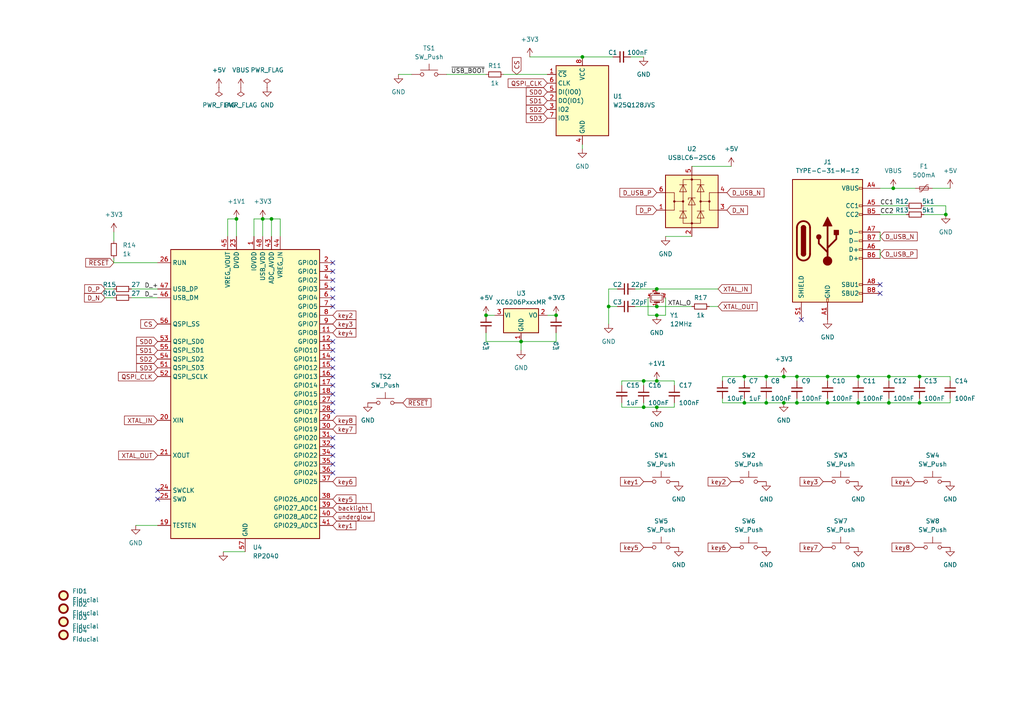
<source format=kicad_sch>
(kicad_sch (version 20230121) (generator eeschema)
  (paper "A4")
  (junction (at 140.97 91.44))
  (junction (at 240.03 109.22))
  (junction (at 168.91 16.51))
  (junction (at 394.97 172.72))
  (junction (at 257.81 116.84))
  (junction (at 78.74 63.5))
  (junction (at 190.5 118.11))
  (junction (at -49.53 -6.35))
  (junction (at 379.73 172.72))
  (junction (at 227.33 116.84))
  (junction (at 248.92 116.84))
  (junction (at -113.03 -6.35))
  (junction (at 274.32 62.23))
  (junction (at -74.93 -44.45))
  (junction (at 240.03 116.84))
  (junction (at 257.81 109.22))
  (junction (at 186.69 118.11))
  (junction (at -74.93 -6.35))
  (junction (at 349.25 187.96))
  (junction (at 410.21 187.96))
  (junction (at -113.03 -44.45))
  (junction (at 215.9 116.84))
  (junction (at -100.33 -44.45))
  (junction (at -62.23 -44.45))
  (junction (at -125.73 -6.35))
  (junction (at 248.92 109.22))
  (junction (at 349.25 172.72))
  (junction (at 231.14 116.84))
  (junction (at 161.29 91.44))
  (junction (at 364.49 187.96))
  (junction (at 186.69 110.49))
  (junction (at 410.21 172.72))
  (junction (at 222.25 116.84))
  (junction (at 222.25 109.22))
  (junction (at 215.9 109.22))
  (junction (at -138.43 6.35))
  (junction (at -87.63 -44.45))
  (junction (at 190.5 88.9))
  (junction (at 394.97 187.96))
  (junction (at 190.5 91.44))
  (junction (at 176.53 88.9))
  (junction (at -87.63 -6.35))
  (junction (at 266.7 109.22))
  (junction (at 227.33 109.22))
  (junction (at 190.5 110.49))
  (junction (at -125.73 24.13))
  (junction (at 190.5 83.82))
  (junction (at -100.33 -6.35))
  (junction (at 231.14 109.22))
  (junction (at 68.58 63.5))
  (junction (at 76.2 63.5))
  (junction (at 151.13 99.06))
  (junction (at 379.73 187.96))
  (junction (at 266.7 116.84))
  (junction (at -125.73 -44.45))
  (junction (at -62.23 -6.35))
  (junction (at -49.53 -44.45))
  (junction (at 364.49 172.72))
  (junction (at 259.08 54.61))
  (no_connect (at 96.52 114.3))
  (no_connect (at 96.52 104.14))
  (no_connect (at 433.07 180.34))
  (no_connect (at 96.52 81.28))
  (no_connect (at 96.52 137.16))
  (no_connect (at 96.52 76.2))
  (no_connect (at 96.52 88.9))
  (no_connect (at 96.52 101.6))
  (no_connect (at 96.52 116.84))
  (no_connect (at 232.41 92.71))
  (no_connect (at 255.27 82.55))
  (no_connect (at 96.52 86.36))
  (no_connect (at 96.52 132.08))
  (no_connect (at 96.52 99.06))
  (no_connect (at 96.52 119.38))
  (no_connect (at 45.72 142.24))
  (no_connect (at 96.52 129.54))
  (no_connect (at 96.52 78.74))
  (no_connect (at 96.52 127))
  (no_connect (at 255.27 85.09))
  (no_connect (at 96.52 106.68))
  (no_connect (at 45.72 144.78))
  (no_connect (at 96.52 134.62))
  (no_connect (at 96.52 109.22))
  (no_connect (at 96.52 83.82))
  (no_connect (at 96.52 111.76))
  (wire (pts (xy 78.74 63.5) (xy 78.74 68.58)))
  (wire (pts (xy 231.14 109.22) (xy 231.14 110.49)))
  (wire (pts (xy 161.29 91.44) (xy 158.75 91.44)))
  (wire (pts (xy 270.51 54.61) (xy 275.59 54.61)))
  (wire (pts (xy 266.7 109.22) (xy 275.59 109.22)))
  (wire (pts (xy -138.43 6.35) (xy -133.35 6.35)))
  (wire (pts (xy 66.04 68.58) (xy 66.04 63.5)))
  (wire (pts (xy -125.73 -57.15) (xy -125.73 -44.45)))
  (wire (pts (xy -100.33 -16.51) (xy -100.33 -6.35)))
  (wire (pts (xy -74.93 -44.45) (xy -62.23 -44.45)))
  (wire (pts (xy 209.55 109.22) (xy 215.9 109.22)))
  (wire (pts (xy 255.27 67.31) (xy 255.27 69.85)))
  (wire (pts (xy 332.74 187.96) (xy 349.25 187.96)))
  (wire (pts (xy 222.25 116.84) (xy 227.33 116.84)))
  (wire (pts (xy -113.03 -29.21) (xy -113.03 -21.59)))
  (wire (pts (xy 257.81 116.84) (xy 266.7 116.84)))
  (wire (pts (xy 78.74 63.5) (xy 81.28 63.5)))
  (wire (pts (xy 76.2 63.5) (xy 76.2 68.58)))
  (wire (pts (xy 195.58 118.11) (xy 195.58 116.84)))
  (wire (pts (xy -74.93 -44.45) (xy -74.93 -34.29)))
  (wire (pts (xy 180.34 110.49) (xy 180.34 111.76)))
  (wire (pts (xy -87.63 -44.45) (xy -74.93 -44.45)))
  (wire (pts (xy 379.73 187.96) (xy 394.97 187.96)))
  (wire (pts (xy 255.27 72.39) (xy 255.27 74.93)))
  (wire (pts (xy -125.73 -6.35) (xy -125.73 1.27)))
  (wire (pts (xy -113.03 -16.51) (xy -113.03 -6.35)))
  (wire (pts (xy 81.28 63.5) (xy 81.28 68.58)))
  (wire (pts (xy -62.23 -44.45) (xy -49.53 -44.45)))
  (wire (pts (xy 349.25 172.72) (xy 364.49 172.72)))
  (wire (pts (xy 195.58 110.49) (xy 195.58 111.76)))
  (wire (pts (xy -87.63 -44.45) (xy -87.63 -34.29)))
  (wire (pts (xy 30.48 86.36) (xy 33.02 86.36)))
  (wire (pts (xy -49.53 -44.45) (xy -36.83 -44.45)))
  (wire (pts (xy 336.55 180.34) (xy 341.63 180.34)))
  (wire (pts (xy 140.97 99.06) (xy 151.13 99.06)))
  (wire (pts (xy 267.97 62.23) (xy 274.32 62.23)))
  (wire (pts (xy 140.97 96.52) (xy 140.97 99.06)))
  (wire (pts (xy -125.73 -6.35) (xy -113.03 -6.35)))
  (wire (pts (xy 38.1 83.82) (xy 45.72 83.82)))
  (wire (pts (xy 146.05 21.59) (xy 158.75 21.59)))
  (wire (pts (xy 64.77 160.02) (xy 71.12 160.02)))
  (wire (pts (xy 186.69 110.49) (xy 190.5 110.49)))
  (wire (pts (xy -36.83 -44.45) (xy -36.83 -34.29)))
  (wire (pts (xy -125.73 24.13) (xy -125.73 26.67)))
  (wire (pts (xy 332.74 172.72) (xy 349.25 172.72)))
  (wire (pts (xy -87.63 -29.21) (xy -87.63 -21.59)))
  (wire (pts (xy -87.63 -6.35) (xy -74.93 -6.35)))
  (wire (pts (xy 275.59 116.84) (xy 275.59 115.57)))
  (wire (pts (xy -113.03 -6.35) (xy -100.33 -6.35)))
  (wire (pts (xy 215.9 116.84) (xy 222.25 116.84)))
  (wire (pts (xy 38.1 86.36) (xy 45.72 86.36)))
  (wire (pts (xy -100.33 -44.45) (xy -100.33 -34.29)))
  (wire (pts (xy 186.69 110.49) (xy 180.34 110.49)))
  (wire (pts (xy 184.15 88.9) (xy 190.5 88.9)))
  (wire (pts (xy 240.03 109.22) (xy 240.03 110.49)))
  (wire (pts (xy 177.8 16.51) (xy 168.91 16.51)))
  (wire (pts (xy 39.37 152.4) (xy 45.72 152.4)))
  (wire (pts (xy 129.54 21.59) (xy 140.97 21.59)))
  (wire (pts (xy 222.25 115.57) (xy 222.25 116.84)))
  (wire (pts (xy 248.92 109.22) (xy 257.81 109.22)))
  (wire (pts (xy 257.81 109.22) (xy 266.7 109.22)))
  (wire (pts (xy 176.53 88.9) (xy 179.07 88.9)))
  (wire (pts (xy 73.66 68.58) (xy 73.66 63.5)))
  (wire (pts (xy -125.73 -16.51) (xy -125.73 -6.35)))
  (wire (pts (xy 255.27 62.23) (xy 262.89 62.23)))
  (wire (pts (xy -151.13 6.35) (xy -143.51 6.35)))
  (wire (pts (xy -138.43 19.05) (xy -138.43 24.13)))
  (wire (pts (xy -36.83 -29.21) (xy -36.83 -21.59)))
  (wire (pts (xy 187.96 91.44) (xy 190.5 91.44)))
  (wire (pts (xy -113.03 -44.45) (xy -100.33 -44.45)))
  (wire (pts (xy -74.93 -16.51) (xy -74.93 -6.35)))
  (wire (pts (xy -87.63 -16.51) (xy -87.63 -6.35)))
  (wire (pts (xy 186.69 110.49) (xy 186.69 111.76)))
  (wire (pts (xy 115.57 21.59) (xy 119.38 21.59)))
  (wire (pts (xy 180.34 118.11) (xy 186.69 118.11)))
  (wire (pts (xy 215.9 115.57) (xy 215.9 116.84)))
  (wire (pts (xy 184.15 83.82) (xy 190.5 83.82)))
  (wire (pts (xy 240.03 116.84) (xy 240.03 115.57)))
  (wire (pts (xy 255.27 54.61) (xy 259.08 54.61)))
  (wire (pts (xy 240.03 116.84) (xy 248.92 116.84)))
  (wire (pts (xy 231.14 116.84) (xy 240.03 116.84)))
  (wire (pts (xy 275.59 109.22) (xy 275.59 110.49)))
  (wire (pts (xy 30.48 83.82) (xy 33.02 83.82)))
  (wire (pts (xy 209.55 115.57) (xy 209.55 116.84)))
  (wire (pts (xy 176.53 83.82) (xy 176.53 88.9)))
  (wire (pts (xy -125.73 -44.45) (xy -113.03 -44.45)))
  (wire (pts (xy 193.04 86.36) (xy 193.04 91.44)))
  (wire (pts (xy 186.69 16.51) (xy 182.88 16.51)))
  (wire (pts (xy 209.55 116.84) (xy 215.9 116.84)))
  (wire (pts (xy 227.33 109.22) (xy 231.14 109.22)))
  (wire (pts (xy 231.14 109.22) (xy 240.03 109.22)))
  (wire (pts (xy 186.69 116.84) (xy 186.69 118.11)))
  (wire (pts (xy 248.92 115.57) (xy 248.92 116.84)))
  (wire (pts (xy 190.5 88.9) (xy 200.66 88.9)))
  (wire (pts (xy 257.81 115.57) (xy 257.81 116.84)))
  (wire (pts (xy 151.13 101.6) (xy 151.13 99.06)))
  (wire (pts (xy 215.9 109.22) (xy 215.9 110.49)))
  (wire (pts (xy 209.55 110.49) (xy 209.55 109.22)))
  (wire (pts (xy -125.73 -29.21) (xy -125.73 -21.59)))
  (wire (pts (xy 190.5 110.49) (xy 195.58 110.49)))
  (wire (pts (xy -62.23 -29.21) (xy -62.23 -21.59)))
  (wire (pts (xy 349.25 187.96) (xy 364.49 187.96)))
  (wire (pts (xy -100.33 -6.35) (xy -87.63 -6.35)))
  (wire (pts (xy 227.33 116.84) (xy 231.14 116.84)))
  (wire (pts (xy 205.74 88.9) (xy 208.28 88.9)))
  (wire (pts (xy -74.93 -6.35) (xy -62.23 -6.35)))
  (wire (pts (xy 248.92 109.22) (xy 248.92 110.49)))
  (wire (pts (xy 266.7 109.22) (xy 266.7 110.49)))
  (wire (pts (xy 222.25 109.22) (xy 227.33 109.22)))
  (wire (pts (xy 33.02 76.2) (xy 45.72 76.2)))
  (wire (pts (xy 266.7 116.84) (xy 266.7 115.57)))
  (wire (pts (xy -100.33 -44.45) (xy -87.63 -44.45)))
  (wire (pts (xy 33.02 67.31) (xy 33.02 69.85)))
  (wire (pts (xy -138.43 6.35) (xy -138.43 13.97)))
  (wire (pts (xy 190.5 118.11) (xy 195.58 118.11)))
  (wire (pts (xy 410.21 187.96) (xy 425.45 187.96)))
  (wire (pts (xy 240.03 109.22) (xy 248.92 109.22)))
  (wire (pts (xy -125.73 11.43) (xy -125.73 24.13)))
  (wire (pts (xy 394.97 187.96) (xy 410.21 187.96)))
  (wire (pts (xy -100.33 -29.21) (xy -100.33 -21.59)))
  (wire (pts (xy 364.49 187.96) (xy 379.73 187.96)))
  (wire (pts (xy -49.53 -16.51) (xy -49.53 -6.35)))
  (wire (pts (xy 151.13 99.06) (xy 161.29 99.06)))
  (wire (pts (xy 222.25 109.22) (xy 215.9 109.22)))
  (wire (pts (xy 33.02 74.93) (xy 33.02 76.2)))
  (wire (pts (xy 267.97 59.69) (xy 274.32 59.69)))
  (wire (pts (xy 193.04 68.58) (xy 200.66 68.58)))
  (wire (pts (xy -74.93 -29.21) (xy -74.93 -21.59)))
  (wire (pts (xy -62.23 -6.35) (xy -49.53 -6.35)))
  (wire (pts (xy 255.27 59.69) (xy 262.89 59.69)))
  (wire (pts (xy -113.03 -44.45) (xy -113.03 -34.29)))
  (wire (pts (xy -36.83 -6.35) (xy -36.83 -16.51)))
  (wire (pts (xy 257.81 109.22) (xy 257.81 110.49)))
  (wire (pts (xy 73.66 63.5) (xy 76.2 63.5)))
  (wire (pts (xy 231.14 116.84) (xy 231.14 115.57)))
  (wire (pts (xy 410.21 172.72) (xy 425.45 172.72)))
  (wire (pts (xy 266.7 116.84) (xy 275.59 116.84)))
  (wire (pts (xy 222.25 109.22) (xy 222.25 110.49)))
  (wire (pts (xy 200.66 48.26) (xy 212.09 48.26)))
  (wire (pts (xy -49.53 -6.35) (xy -36.83 -6.35)))
  (wire (pts (xy -62.23 -44.45) (xy -62.23 -34.29)))
  (wire (pts (xy 161.29 99.06) (xy 161.29 96.52)))
  (wire (pts (xy 187.96 86.36) (xy 187.96 91.44)))
  (wire (pts (xy 186.69 118.11) (xy 190.5 118.11)))
  (wire (pts (xy -138.43 24.13) (xy -125.73 24.13)))
  (wire (pts (xy 274.32 59.69) (xy 274.32 62.23)))
  (wire (pts (xy 379.73 172.72) (xy 394.97 172.72)))
  (wire (pts (xy 180.34 116.84) (xy 180.34 118.11)))
  (wire (pts (xy 153.67 16.51) (xy 168.91 16.51)))
  (wire (pts (xy 66.04 63.5) (xy 68.58 63.5)))
  (wire (pts (xy -49.53 -44.45) (xy -49.53 -34.29)))
  (wire (pts (xy 259.08 54.61) (xy 265.43 54.61)))
  (wire (pts (xy 68.58 63.5) (xy 68.58 68.58)))
  (wire (pts (xy 190.5 91.44) (xy 193.04 91.44)))
  (wire (pts (xy -62.23 -6.35) (xy -62.23 -16.51)))
  (wire (pts (xy 179.07 83.82) (xy 176.53 83.82)))
  (wire (pts (xy 364.49 172.72) (xy 379.73 172.72)))
  (wire (pts (xy -49.53 -29.21) (xy -49.53 -21.59)))
  (wire (pts (xy 176.53 88.9) (xy 176.53 93.98)))
  (wire (pts (xy 143.51 91.44) (xy 140.97 91.44)))
  (wire (pts (xy 168.91 43.18) (xy 168.91 41.91)))
  (wire (pts (xy -125.73 -44.45) (xy -125.73 -34.29)))
  (wire (pts (xy 76.2 63.5) (xy 78.74 63.5)))
  (wire (pts (xy 190.5 83.82) (xy 208.28 83.82)))
  (wire (pts (xy 248.92 116.84) (xy 257.81 116.84)))
  (wire (pts (xy 394.97 172.72) (xy 410.21 172.72)))
  (label "D_+" (at 41.91 83.82 0))
  (label "CC2" (at 255.27 62.23 0))
  (label "XTAL_O" (at 193.675 88.9 0))
  (label "D_-" (at 41.91 86.36 0))
  (label "CC1" (at 255.27 59.69 0))
  (label "~{USB_BOOT}" (at 130.81 21.59 0))
  (global_label "SD3" (shape input) (at 45.72 106.68 180) (property "Intersheetrefs" "${INTERSHEET_REFS}" (effects hide)))
  (global_label "key8" (shape input) (at 265.43 158.75 180) (property "Intersheetrefs" "${INTERSHEET_REFS}" (effects hide)))
  (global_label "SD1" (shape input) (at 158.75 29.21 180) (property "Intersheetrefs" "${INTERSHEET_REFS}" (effects hide)))
  (global_label "XTAL_OUT" (shape input) (at 208.28 88.9 0) (property "Intersheetrefs" "${INTERSHEET_REFS}" (effects hide)))
  (global_label "D_USB_N" (shape input) (at 210.82 55.88 0) (property "Intersheetrefs" "${INTERSHEET_REFS}" (effects hide)))
  (global_label "underglow" (shape input) (at 336.55 180.34 180) (property "Intersheetrefs" "${INTERSHEET_REFS}" (effects hide)))
  (global_label "~{RESET}" (shape input) (at 116.84 116.84 0) (property "Intersheetrefs" "${INTERSHEET_REFS}" (effects hide)))
  (global_label "key1" (shape input) (at 186.69 139.7 180) (property "Intersheetrefs" "${INTERSHEET_REFS}" (effects hide)))
  (global_label "~{RESET}" (shape input) (at 33.02 76.2 180) (property "Intersheetrefs" "${INTERSHEET_REFS}" (effects hide)))
  (global_label "key7" (shape input) (at 238.76 158.75 180) (property "Intersheetrefs" "${INTERSHEET_REFS}" (effects hide)))
  (global_label "underglow" (shape input) (at 96.52 149.86 0) (property "Intersheetrefs" "${INTERSHEET_REFS}" (effects hide)))
  (global_label "key2" (shape input) (at 96.52 91.44 0) (property "Intersheetrefs" "${INTERSHEET_REFS}" (effects hide)))
  (global_label "D_USB_P" (shape input) (at 255.27 73.66 0) (property "Intersheetrefs" "${INTERSHEET_REFS}" (effects hide)))
  (global_label "CS" (shape input) (at 45.72 93.98 180) (property "Intersheetrefs" "${INTERSHEET_REFS}" (effects hide)))
  (global_label "SD3" (shape input) (at 158.75 34.29 180) (property "Intersheetrefs" "${INTERSHEET_REFS}" (effects hide)))
  (global_label "SD2" (shape input) (at 45.72 104.14 180) (property "Intersheetrefs" "${INTERSHEET_REFS}" (effects hide)))
  (global_label "D_N" (shape input) (at 210.82 60.96 0) (property "Intersheetrefs" "${INTERSHEET_REFS}" (effects hide)))
  (global_label "backlight" (shape input) (at 96.52 147.32 0) (property "Intersheetrefs" "${INTERSHEET_REFS}" (effects hide)))
  (global_label "key5" (shape input) (at 96.52 144.78 0) (property "Intersheetrefs" "${INTERSHEET_REFS}" (effects hide)))
  (global_label "D_USB_P" (shape input) (at 190.5 55.88 180) (property "Intersheetrefs" "${INTERSHEET_REFS}" (effects hide)))
  (global_label "D_P" (shape input) (at 190.5 60.96 180) (property "Intersheetrefs" "${INTERSHEET_REFS}" (effects hide)))
  (global_label "key2" (shape input) (at 212.09 139.7 180) (property "Intersheetrefs" "${INTERSHEET_REFS}" (effects hide)))
  (global_label "XTAL_OUT" (shape input) (at 45.72 132.08 180) (property "Intersheetrefs" "${INTERSHEET_REFS}" (effects hide)))
  (global_label "SD1" (shape input) (at 45.72 101.6 180) (property "Intersheetrefs" "${INTERSHEET_REFS}" (effects hide)))
  (global_label "key1" (shape input) (at 96.52 152.4 0) (property "Intersheetrefs" "${INTERSHEET_REFS}" (effects hide)))
  (global_label "key5" (shape input) (at 186.69 158.75 180) (property "Intersheetrefs" "${INTERSHEET_REFS}" (effects hide)))
  (global_label "key8" (shape input) (at 96.52 121.92 0) (property "Intersheetrefs" "${INTERSHEET_REFS}" (effects hide)))
  (global_label "CS" (shape input) (at 149.86 21.59 90) (property "Intersheetrefs" "${INTERSHEET_REFS}" (effects hide)))
  (global_label "key3" (shape input) (at 238.76 139.7 180) (property "Intersheetrefs" "${INTERSHEET_REFS}" (effects hide)))
  (global_label "SD0" (shape input) (at 45.72 99.06 180) (property "Intersheetrefs" "${INTERSHEET_REFS}" (effects hide)))
  (global_label "QSPI_CLK" (shape input) (at 45.72 109.22 180) (property "Intersheetrefs" "${INTERSHEET_REFS}" (effects hide)))
  (global_label "D_P" (shape input) (at 30.48 83.82 180) (property "Intersheetrefs" "${INTERSHEET_REFS}" (effects hide)))
  (global_label "SD0" (shape input) (at 158.75 26.67 180) (property "Intersheetrefs" "${INTERSHEET_REFS}" (effects hide)))
  (global_label "SD2" (shape input) (at 158.75 31.75 180) (property "Intersheetrefs" "${INTERSHEET_REFS}" (effects hide)))
  (global_label "key4" (shape input) (at 96.52 96.52 0) (property "Intersheetrefs" "${INTERSHEET_REFS}" (effects hide)))
  (global_label "QSPI_CLK" (shape input) (at 158.75 24.13 180) (property "Intersheetrefs" "${INTERSHEET_REFS}" (effects hide)))
  (global_label "backlight" (shape input) (at -151.13 6.35 180) (property "Intersheetrefs" "${INTERSHEET_REFS}" (effects hide)))
  (global_label "XTAL_IN" (shape input) (at 208.28 83.82 0) (property "Intersheetrefs" "${INTERSHEET_REFS}" (effects hide)))
  (global_label "D_N" (shape input) (at 30.48 86.36 180) (property "Intersheetrefs" "${INTERSHEET_REFS}" (effects hide)))
  (global_label "key6" (shape input) (at 212.09 158.75 180) (property "Intersheetrefs" "${INTERSHEET_REFS}" (effects hide)))
  (global_label "key6" (shape input) (at 96.52 139.7 0) (property "Intersheetrefs" "${INTERSHEET_REFS}" (effects hide)))
  (global_label "D_USB_N" (shape input) (at 255.27 68.58 0) (property "Intersheetrefs" "${INTERSHEET_REFS}" (effects hide)))
  (global_label "key7" (shape input) (at 96.52 124.46 0) (property "Intersheetrefs" "${INTERSHEET_REFS}" (effects hide)))
  (global_label "key4" (shape input) (at 265.43 139.7 180) (property "Intersheetrefs" "${INTERSHEET_REFS}" (effects hide)))
  (global_label "XTAL_IN" (shape input) (at 45.72 121.92 180) (property "Intersheetrefs" "${INTERSHEET_REFS}" (effects hide)))
  (global_label "key3" (shape input) (at 96.52 93.98 0) (property "Intersheetrefs" "${INTERSHEET_REFS}" (effects hide)))
  (symbol (lib_name "GND_4") (lib_id "power:GND") (at -125.73 26.67 0) (unit 1)
    (property "Reference" "#PWR08" (effects hide))
    (property "Value" "GND" (at -125.73 31.75 0))
  )
  (symbol (lib_name "GND_12") (lib_id "power:GND") (at 227.33 116.84 0) (unit 1)
    (property "Reference" "#PWR028" (effects hide))
    (property "Value" "GND" (at 227.33 121.92 0))
  )
  (symbol (lib_name "GND_7") (lib_id "power:GND") (at 176.53 93.98 0) (unit 1)
    (property "Reference" "#PWR023" (effects hide))
    (property "Value" "GND" (at 176.53 99.06 0))
  )
  (symbol (lib_name "GND_1") (lib_id "power:GND") (at 248.92 139.7 0) (unit 1)
    (property "Reference" "#PWR032" (effects hide))
    (property "Value" "GND" (at 248.92 144.78 0))
  )
  (symbol (lib_id "custom:WS2812B-2020") (at 394.97 180.34 0) (unit 1)
    (property "Reference" "RGB4" (at 394.97 167.64 0))
    (property "Value" "WS2812B-2020" (at 394.97 170.18 0))
    (property "Footprint" "acheron_Components:LED_WS2812_2020" (effects hide))
    (property "Datasheet" "https://datasheet.lcsc.com/lcsc/2012110135_Worldsemi-WS2812B-2020_C965555.pdf" (effects hide))
    (property "LCSC" "C965555" (effects hide))
    (property "MPN" "WS2812B-2020" (effects hide))
  )
  (symbol (lib_id "Device:R_Small") (at 203.2 88.9 90) (unit 1)
    (property "Reference" "R17" (at 203.2 86.36 90))
    (property "Value" "1k" (at 203.2 91.44 90))
    (property "Footprint" "Resistor_SMD:R_0402_1005Metric" (effects hide))
    (property "LCSC" "C11702" (effects hide))
    (property "MPN" "0402WGF1001TCE" (effects hide))
  )
  (symbol (lib_id "Device:R_Small") (at -100.33 -19.05 0) (unit 1)
    (property "Reference" "R3" (at -97.79 -20.3201 0) (effects (justify left)))
    (property "Value" "150" (at -97.79 -17.7801 0) (effects (justify left)))
    (property "Footprint" "Resistor_SMD:R_0603_1608Metric" (effects hide))
    (property "LCSC" "C22808" (effects hide))
    (property "MPN" "0603WAF1500T5E" (effects hide))
  )
  (symbol (lib_id "Switch:SW_Push") (at 243.84 139.7 0) (unit 1)
    (property "Reference" "SW3" (at 243.84 132.08 0))
    (property "Value" "SW_Push" (at 243.84 134.62 0))
    (property "Footprint" "project:MX-Hotswap-1U" (effects hide))
    (property "LCSC" "C5184526" (effects hide))
    (property "MPN" "CPG151101S11-1" (effects hide))
  )
  (symbol (lib_id "Device:Crystal_GND24_Small") (at 190.5 86.36 90) (unit 1)
    (property "Reference" "Y1" (at 194.31 91.44 90) (effects (justify right)))
    (property "Value" "12MHz" (at 194.31 93.98 90) (effects (justify right)))
    (property "Footprint" "Crystal:Crystal_SMD_3225-4Pin_3.2x2.5mm" (effects hide))
    (property "LCSC" "C9002" (effects hide))
    (property "MPN" "X322512MSB4SI" (effects hide))
  )
  (symbol (lib_id "Device:Q_NMOS_GSD") (at -128.27 6.35 0) (unit 1)
    (property "Reference" "Q1" (at -121.92 5.0799 0) (effects (justify left)))
    (property "Value" "SI2302" (at -121.92 7.6199 0) (effects (justify left)))
    (property "Footprint" "Package_TO_SOT_SMD:SOT-23" (effects hide))
    (property "LCSC" "C2891732" (effects hide))
    (property "MPN" "SI2302" (effects hide))
  )
  (symbol (lib_id "Device:R_Small") (at 265.43 59.69 90) (unit 1)
    (property "Reference" "R12" (at 261.62 58.42 90))
    (property "Value" "5k1" (at 269.24 58.42 90))
    (property "Footprint" "Resistor_SMD:R_0402_1005Metric" (effects hide))
    (property "LCSC" "C25905" (effects hide))
    (property "MPN" "0402WGF5101TCE" (effects hide))
  )
  (symbol (lib_id "Device:C_Small") (at 180.34 114.3 0) (unit 1)
    (property "Reference" "C15" (at 181.61 111.7599 0) (effects (justify left)))
    (property "Value" "1uF" (at 181.61 116.8399 0) (effects (justify left)))
    (property "Footprint" "Capacitor_SMD:C_0402_1005Metric" (effects hide))
    (property "LCSC" "C52923" (effects hide))
    (property "MPN" "CL05A105KA5NQNC" (effects hide))
  )
  (symbol (lib_name "GND_1") (lib_id "power:GND") (at 222.25 139.7 0) (unit 1)
    (property "Reference" "#PWR031" (effects hide))
    (property "Value" "GND" (at 222.25 144.78 0))
  )
  (symbol (lib_name "+3V3_3") (lib_id "power:+3V3") (at 153.67 16.51 0) (unit 1)
    (property "Reference" "#PWR02" (effects hide))
    (property "Value" "+3V3" (at 153.67 11.43 0))
  )
  (symbol (lib_id "Switch:SW_Push") (at 270.51 158.75 0) (unit 1)
    (property "Reference" "SW8" (at 270.51 151.13 0))
    (property "Value" "SW_Push" (at 270.51 153.67 0))
    (property "Footprint" "project:MX-Hotswap-1U" (effects hide))
    (property "LCSC" "C5184526" (effects hide))
    (property "MPN" "CPG151101S11-1" (effects hide))
  )
  (symbol (lib_id "Device:R_Small") (at 265.43 62.23 90) (unit 1)
    (property "Reference" "R13" (at 261.62 60.96 90))
    (property "Value" "5k1" (at 269.24 60.96 90))
    (property "Footprint" "Resistor_SMD:R_0402_1005Metric" (effects hide))
    (property "LCSC" "C25905" (effects hide))
    (property "MPN" "0402WGF5101TCE" (effects hide))
  )
  (symbol (lib_name "+5V_3") (lib_id "power:+5V") (at 332.74 172.72 0) (unit 1)
    (property "Reference" "#PWR034" (effects hide))
    (property "Value" "+5V" (at 332.74 167.64 0))
  )
  (symbol (lib_name "PWR_FLAG_1") (lib_id "power:PWR_FLAG") (at 63.5 25.4 180) (unit 1)
    (property "Reference" "#FLG01" (effects hide))
    (property "Value" "PWR_FLAG" (at 63.5 30.48 0))
  )
  (symbol (lib_id "custom:WS2812B-2020") (at 364.49 180.34 0) (unit 1)
    (property "Reference" "RGB2" (at 364.49 167.64 0))
    (property "Value" "WS2812B-2020" (at 364.49 170.18 0))
    (property "Footprint" "acheron_Components:LED_WS2812_2020" (effects hide))
    (property "Datasheet" "https://datasheet.lcsc.com/lcsc/2012110135_Worldsemi-WS2812B-2020_C965555.pdf" (effects hide))
    (property "LCSC" "C965555" (effects hide))
    (property "MPN" "WS2812B-2020" (effects hide))
  )
  (symbol (lib_id "custom:WS2812B-2020") (at 349.25 180.34 0) (unit 1)
    (property "Reference" "RGB1" (at 349.25 167.64 0))
    (property "Value" "WS2812B-2020" (at 349.25 170.18 0))
    (property "Footprint" "acheron_Components:LED_WS2812_2020" (effects hide))
    (property "Datasheet" "https://datasheet.lcsc.com/lcsc/2012110135_Worldsemi-WS2812B-2020_C965555.pdf" (effects hide))
    (property "LCSC" "C965555" (effects hide))
    (property "MPN" "WS2812B-2020" (effects hide))
  )
  (symbol (lib_name "GND_1") (lib_id "power:GND") (at 196.85 139.7 0) (unit 1)
    (property "Reference" "#PWR030" (effects hide))
    (property "Value" "GND" (at 196.85 144.78 0))
  )
  (symbol (lib_id "Switch:SW_Push") (at 191.77 158.75 0) (unit 1)
    (property "Reference" "SW5" (at 191.77 151.13 0))
    (property "Value" "SW_Push" (at 191.77 153.67 0))
    (property "Footprint" "project:MX-Hotswap-1U" (effects hide))
    (property "LCSC" "C5184526" (effects hide))
    (property "MPN" "CPG151101S11-1" (effects hide))
  )
  (symbol (lib_id "Device:C_Small") (at 240.03 113.03 0) (unit 1)
    (property "Reference" "C10" (at 241.3 110.4899 0) (effects (justify left)))
    (property "Value" "100nF" (at 241.3 115.5699 0) (effects (justify left)))
    (property "Footprint" "Capacitor_SMD:C_0402_1005Metric" (effects hide))
    (property "LCSC" "C1525" (effects hide))
    (property "MPN" "CL05B104KO5NNNC" (effects hide))
  )
  (symbol (lib_id "Mechanical:Fiducial") (at 18.415 184.15 0) (unit 1)
    (property "Reference" "FID4" (at 20.955 182.8799 0) (effects (justify left)))
    (property "Value" "Fiducial" (at 20.955 185.4199 0) (effects (justify left)))
    (property "Footprint" "Fiducial:Fiducial_1mm_Mask2mm" (effects hide))
  )
  (symbol (lib_id "power:+3V3") (at 227.33 109.22 0) (unit 1)
    (property "Reference" "#PWR025" (effects hide))
    (property "Value" "+3V3" (at 227.33 104.14 0))
  )
  (symbol (lib_name "GND_8") (lib_id "power:GND") (at 151.13 101.6 0) (unit 1)
    (property "Reference" "#PWR024" (effects hide))
    (property "Value" "GND" (at 151.13 106.68 0))
  )
  (symbol (lib_name "GND_2") (lib_id "power:GND") (at 332.74 187.96 0) (unit 1)
    (property "Reference" "#PWR041" (effects hide))
    (property "Value" "GND" (at 332.74 193.04 0))
  )
  (symbol (lib_name "GND_7") (lib_id "power:GND") (at 190.5 91.44 0) (unit 1)
    (property "Reference" "#PWR020" (effects hide))
    (property "Value" "GND" (at 190.5 96.52 0))
  )
  (symbol (lib_id "Device:C_Small") (at 209.55 113.03 0) (unit 1)
    (property "Reference" "C6" (at 210.82 110.4899 0) (effects (justify left)))
    (property "Value" "10uF" (at 210.82 115.5699 0) (effects (justify left)))
    (property "Footprint" "Capacitor_SMD:C_0402_1005Metric" (effects hide))
    (property "LCSC" "C15525" (effects hide))
    (property "MPN" "CL05A106MQ5NUNC" (effects hide))
  )
  (symbol (lib_name "+5V_1") (lib_id "power:+5V") (at 275.59 54.61 0) (unit 1)
    (property "Reference" "#PWR012" (effects hide))
    (property "Value" "+5V" (at 275.59 49.53 0))
  )
  (symbol (lib_name "GND_4") (lib_id "power:GND") (at 240.03 92.71 0) (unit 1)
    (property "Reference" "#PWR022" (effects hide))
    (property "Value" "GND" (at 240.03 97.79 0))
  )
  (symbol (lib_id "Device:R_Small") (at -87.63 -19.05 0) (unit 1)
    (property "Reference" "R4" (at -85.09 -20.3201 0) (effects (justify left)))
    (property "Value" "150" (at -85.09 -17.7801 0) (effects (justify left)))
    (property "Footprint" "Resistor_SMD:R_0603_1608Metric" (effects hide))
    (property "LCSC" "C22808" (effects hide))
    (property "MPN" "0603WAF1500T5E" (effects hide))
  )
  (symbol (lib_id "Device:R_Small") (at 33.02 72.39 0) (unit 1)
    (property "Reference" "R14" (at 35.56 71.1199 0) (effects (justify left)))
    (property "Value" "1k" (at 35.56 73.6599 0) (effects (justify left)))
    (property "Footprint" "Resistor_SMD:R_0402_1005Metric" (effects hide))
    (property "LCSC" "C11702" (effects hide))
    (property "MPN" "0402WGF1001TCE" (effects hide))
  )
  (symbol (lib_name "GND_1") (lib_id "power:GND") (at 275.59 139.7 0) (unit 1)
    (property "Reference" "#PWR033" (effects hide))
    (property "Value" "GND" (at 275.59 144.78 0))
  )
  (symbol (lib_id "acheron_Symbols:TYPE-C-31-M-12") (at 240.03 71.12 0) (unit 1)
    (property "Reference" "J1" (at 240.03 46.99 0))
    (property "Value" "TYPE-C-31-M-12" (at 240.03 49.53 0))
    (property "Footprint" "acheron_Connectors:USB_C_Receptacle_Hroparts_TYPE-C-31-M-12" (effects hide))
    (property "LCSC" "C165948 " (effects hide))
    (property "MPN" "TYPE-C-31-M-12" (effects hide))
  )
  (symbol (lib_id "Switch:SW_Push") (at 217.17 158.75 0) (unit 1)
    (property "Reference" "SW6" (at 217.17 151.13 0))
    (property "Value" "SW_Push" (at 217.17 153.67 0))
    (property "Footprint" "project:MX-Hotswap-1U" (effects hide))
    (property "LCSC" "C5184526" (effects hide))
    (property "MPN" "CPG151101S11-1" (effects hide))
  )
  (symbol (lib_id "Device:R_Small") (at 35.56 83.82 90) (unit 1)
    (property "Reference" "R15" (at 31.75 82.55 90))
    (property "Value" "27" (at 39.37 82.55 90))
    (property "Footprint" "Resistor_SMD:R_0603_1608Metric" (effects hide))
    (property "LCSC" "C25190" (effects hide))
    (property "MPN" "0603WAF270JT5E" (effects hide))
  )
  (symbol (lib_id "custom:WS2812B-2020") (at 425.45 180.34 0) (unit 1)
    (property "Reference" "RGB6" (at 425.45 167.64 0))
    (property "Value" "WS2812B-2020" (at 425.45 170.18 0))
    (property "Footprint" "acheron_Components:LED_WS2812_2020" (effects hide))
    (property "Datasheet" "https://datasheet.lcsc.com/lcsc/2012110135_Worldsemi-WS2812B-2020_C965555.pdf" (effects hide))
    (property "LCSC" "C965555" (effects hide))
    (property "MPN" "WS2812B-2020" (effects hide))
  )
  (symbol (lib_id "Device:R_Small") (at -62.23 -19.05 0) (unit 1)
    (property "Reference" "R6" (at -59.69 -20.3201 0) (effects (justify left)))
    (property "Value" "150" (at -59.69 -17.7801 0) (effects (justify left)))
    (property "Footprint" "Resistor_SMD:R_0603_1608Metric" (effects hide))
    (property "LCSC" "C22808" (effects hide))
    (property "MPN" "0603WAF1500T5E" (effects hide))
  )
  (symbol (lib_id "Device:R_Small") (at 143.51 21.59 90) (unit 1)
    (property "Reference" "R11" (at 143.51 19.05 90))
    (property "Value" "1k" (at 143.51 24.13 90))
    (property "Footprint" "Resistor_SMD:R_0402_1005Metric" (effects hide))
    (property "LCSC" "C11702" (effects hide))
    (property "MPN" "0402WGF1001TCE" (effects hide))
  )
  (symbol (lib_name "GND_1") (lib_id "power:GND") (at 196.85 158.75 0) (unit 1)
    (property "Reference" "#PWR036" (effects hide))
    (property "Value" "GND" (at 196.85 163.83 0))
  )
  (symbol (lib_name "+3V3_2") (lib_id "power:+3V3") (at 161.29 91.44 0) (unit 1)
    (property "Reference" "#PWR019" (effects hide))
    (property "Value" "+3V3" (at 161.29 86.36 0))
  )
  (symbol (lib_id "Device:R_Small") (at -125.73 -19.05 0) (unit 1)
    (property "Reference" "R1" (at -123.19 -20.3201 0) (effects (justify left)))
    (property "Value" "150" (at -123.19 -17.7801 0) (effects (justify left)))
    (property "Footprint" "Resistor_SMD:R_0603_1608Metric" (effects hide))
    (property "LCSC" "C22808" (effects hide))
    (property "MPN" "0603WAF1500T5E" (effects hide))
  )
  (symbol (lib_id "Device:R_Small") (at -74.93 -19.05 0) (unit 1)
    (property "Reference" "R5" (at -72.39 -20.3201 0) (effects (justify left)))
    (property "Value" "150" (at -72.39 -17.7801 0) (effects (justify left)))
    (property "Footprint" "Resistor_SMD:R_0603_1608Metric" (effects hide))
    (property "LCSC" "C22808" (effects hide))
    (property "MPN" "0603WAF1500T5E" (effects hide))
  )
  (symbol (lib_id "Device:C_Small") (at 180.34 16.51 90) (unit 1)
    (property "Reference" "C1" (at 179.0699 15.24 90) (effects (justify left)))
    (property "Value" "100nF" (at 187.9599 15.24 90) (effects (justify left)))
    (property "Footprint" "Capacitor_SMD:C_0402_1005Metric" (effects hide))
    (property "LCSC" "C1525" (effects hide))
    (property "MPN" "CL05B104KO5NNNC" (effects hide))
  )
  (symbol (lib_name "VBUS_1") (lib_id "power:VBUS") (at 259.08 54.61 0) (unit 1)
    (property "Reference" "#PWR011" (effects hide))
    (property "Value" "VBUS" (at 259.08 49.53 0))
  )
  (symbol (lib_id "Device:C_Small") (at 257.81 113.03 0) (unit 1)
    (property "Reference" "C12" (at 259.08 110.4899 0) (effects (justify left)))
    (property "Value" "100nF" (at 259.08 115.5699 0) (effects (justify left)))
    (property "Footprint" "Capacitor_SMD:C_0402_1005Metric" (effects hide))
    (property "LCSC" "C1525" (effects hide))
    (property "MPN" "CL05B104KO5NNNC" (effects hide))
  )
  (symbol (lib_name "GND_10") (lib_id "power:GND") (at 168.91 43.18 0) (unit 1)
    (property "Reference" "#PWR09" (effects hide))
    (property "Value" "GND" (at 168.91 48.26 0))
  )
  (symbol (lib_id "power:+5V") (at 63.5 25.4 0) (unit 1)
    (property "Reference" "#PWR05" (effects hide))
    (property "Value" "+5V" (at 63.5 20.32 0))
  )
  (symbol (lib_name "GND_1") (lib_id "power:GND") (at 248.92 158.75 0) (unit 1)
    (property "Reference" "#PWR038" (effects hide))
    (property "Value" "GND" (at 248.92 163.83 0))
  )
  (symbol (lib_id "Device:C_Small") (at 140.97 93.98 180) (unit 1)
    (property "Reference" "C4" (at 140.97 99.695 0) (effects (font (size 0.762 0.762))))
    (property "Value" "1uF" (at 140.97 100.965 0) (effects (font (size 0.762 0.762))))
    (property "Footprint" "Capacitor_SMD:C_0402_1005Metric" (effects hide))
    (property "LCSC" "C52923" (effects hide))
    (property "MPN" "CL05A105KA5NQNC" (effects hide))
  )
  (symbol (lib_id "Device:LED_Small") (at -100.33 -31.75 90) (unit 1)
    (property "Reference" "LED3" (at -97.79 -29.21 90) (effects (justify right)))
    (property "Value" "LTW-C230DS" (at -97.79 -26.67 90) (effects (justify right)))
    (property "Footprint" "LTW-C230DS:LTW-C230DS" (effects hide))
    (property "LCSC" "C575513" (effects hide))
    (property "MPN" "LTW-C230DS" (effects hide))
  )
  (symbol (lib_id "Device:R_Small") (at -140.97 6.35 270) (unit 1)
    (property "Reference" "R9" (at -140.97 0 90))
    (property "Value" "33" (at -140.97 2.54 90))
    (property "Footprint" "Resistor_SMD:R_0603_1608Metric" (effects hide))
    (property "LCSC" "C23140" (effects hide))
    (property "MPN" "0603WAF330JT5E" (effects hide))
  )
  (symbol (lib_name "+1V1_1") (lib_id "power:+1V1") (at 68.58 63.5 0) (unit 1)
    (property "Reference" "#PWR014" (effects hide))
    (property "Value" "+1V1" (at 68.58 58.42 0))
  )
  (symbol (lib_id "Device:LED_Small") (at -36.83 -31.75 90) (unit 1)
    (property "Reference" "LED8" (at -34.29 -29.21 90) (effects (justify right)))
    (property "Value" "LTW-C230DS" (at -34.29 -26.67 90) (effects (justify right)))
    (property "Footprint" "LTW-C230DS:LTW-C230DS" (effects hide))
    (property "LCSC" "C575513" (effects hide))
    (property "MPN" "LTW-C230DS" (effects hide))
  )
  (symbol (lib_name "+1V1_2") (lib_id "power:+1V1") (at 190.5 110.49 0) (unit 1)
    (property "Reference" "#PWR026" (effects hide))
    (property "Value" "+1V1" (at 190.5 105.41 0))
  )
  (symbol (lib_id "Device:LED_Small") (at -113.03 -31.75 90) (unit 1)
    (property "Reference" "LED2" (at -110.49 -29.21 90) (effects (justify right)))
    (property "Value" "LTW-C230DS" (at -110.49 -26.67 90) (effects (justify right)))
    (property "Footprint" "LTW-C230DS:LTW-C230DS" (effects hide))
    (property "LCSC" "C575513" (effects hide))
    (property "MPN" "LTW-C230DS" (effects hide))
  )
  (symbol (lib_id "Device:Polyfuse_Small") (at 267.97 54.61 90) (unit 1)
    (property "Reference" "F1" (at 267.97 48.26 90))
    (property "Value" "500mA" (at 267.97 50.8 90))
    (property "Footprint" "Fuse:Fuse_1206_3216Metric" (effects hide))
    (property "LCSC" "C70076" (effects hide))
    (property "MPN" "nSMD050-24V" (effects hide))
  )
  (symbol (lib_id "Device:C_Small") (at 186.69 114.3 0) (unit 1)
    (property "Reference" "C16" (at 187.96 111.7599 0) (effects (justify left)))
    (property "Value" "100nF" (at 187.96 116.8399 0) (effects (justify left)))
    (property "Footprint" "Capacitor_SMD:C_0402_1005Metric" (effects hide))
    (property "LCSC" "C1525" (effects hide))
    (property "MPN" "CL05B104KO5NNNC" (effects hide))
  )
  (symbol (lib_name "GND_5") (lib_id "power:GND") (at 39.37 152.4 0) (unit 1)
    (property "Reference" "#PWR035" (effects hide))
    (property "Value" "GND" (at 39.37 157.48 0))
  )
  (symbol (lib_id "Switch:SW_Push") (at 217.17 139.7 0) (unit 1)
    (property "Reference" "SW2" (at 217.17 132.08 0))
    (property "Value" "SW_Push" (at 217.17 134.62 0))
    (property "Footprint" "project:MX-Hotswap-1U" (effects hide))
    (property "LCSC" "C5184526" (effects hide))
    (property "MPN" "CPG151101S11-1" (effects hide))
  )
  (symbol (lib_name "GND_1") (lib_id "power:GND") (at 275.59 158.75 0) (unit 1)
    (property "Reference" "#PWR039" (effects hide))
    (property "Value" "GND" (at 275.59 163.83 0))
  )
  (symbol (lib_name "GND_10") (lib_id "power:GND") (at 115.57 21.59 0) (unit 1)
    (property "Reference" "#PWR04" (effects hide))
    (property "Value" "GND" (at 115.57 26.67 0))
  )
  (symbol (lib_id "Device:R_Small") (at 35.56 86.36 90) (unit 1)
    (property "Reference" "R16" (at 31.75 85.09 90))
    (property "Value" "27" (at 39.37 85.09 90))
    (property "Footprint" "Resistor_SMD:R_0603_1608Metric" (effects hide))
    (property "LCSC" "C25190" (effects hide))
    (property "MPN" "0603WAF270JT5E" (effects hide))
  )
  (symbol (lib_name "GND_3") (lib_id "power:GND") (at 274.32 62.23 0) (unit 1)
    (property "Reference" "#PWR013" (effects hide))
    (property "Value" "GND" (at 274.32 67.31 0))
  )
  (symbol (lib_id "Device:C_Small") (at 266.7 113.03 0) (unit 1)
    (property "Reference" "C13" (at 267.97 110.4899 0) (effects (justify left)))
    (property "Value" "100nF" (at 267.97 115.5699 0) (effects (justify left)))
    (property "Footprint" "Capacitor_SMD:C_0402_1005Metric" (effects hide))
    (property "LCSC" "C1525" (effects hide))
    (property "MPN" "CL05B104KO5NNNC" (effects hide))
  )
  (symbol (lib_id "custom:WS2812B-2020") (at 379.73 180.34 0) (unit 1)
    (property "Reference" "RGB3" (at 379.73 167.64 0))
    (property "Value" "WS2812B-2020" (at 379.73 170.18 0))
    (property "Footprint" "acheron_Components:LED_WS2812_2020" (effects hide))
    (property "Datasheet" "https://datasheet.lcsc.com/lcsc/2012110135_Worldsemi-WS2812B-2020_C965555.pdf" (effects hide))
    (property "LCSC" "C965555" (effects hide))
    (property "MPN" "WS2812B-2020" (effects hide))
  )
  (symbol (lib_id "Device:LED_Small") (at -74.93 -31.75 90) (unit 1)
    (property "Reference" "LED5" (at -72.39 -29.21 90) (effects (justify right)))
    (property "Value" "LTW-C230DS" (at -72.39 -26.67 90) (effects (justify right)))
    (property "Footprint" "LTW-C230DS:LTW-C230DS" (effects hide))
    (property "LCSC" "C575513" (effects hide))
    (property "MPN" "LTW-C230DS" (effects hide))
  )
  (symbol (lib_name "XC6206PxxxMR_1") (lib_id "Regulator_Linear:XC6206PxxxMR") (at 151.13 91.44 0) (unit 1)
    (property "Reference" "U3" (at 151.13 85.09 0))
    (property "Value" "XC6206PxxxMR" (at 151.13 87.63 0))
    (property "Footprint" "Package_TO_SOT_SMD:SOT-23-3" (effects hide))
    (property "Datasheet" "https://www.torexsemi.com/file/xc6206/XC6206.pdf" (effects hide))
    (property "LCSC" "C5446" (effects hide))
    (property "MPN" "XC6206P332MR" (effects hide))
  )
  (symbol (lib_name "GND_13") (lib_id "power:GND") (at 77.47 25.4 0) (unit 1)
    (property "Reference" "#PWR07" (effects hide))
    (property "Value" "GND" (at 77.47 30.48 0))
  )
  (symbol (lib_id "Switch:SW_Push") (at 243.84 158.75 0) (unit 1)
    (property "Reference" "SW7" (at 243.84 151.13 0))
    (property "Value" "SW_Push" (at 243.84 153.67 0))
    (property "Footprint" "project:MX-Hotswap-1U" (effects hide))
    (property "LCSC" "C5184526" (effects hide))
    (property "MPN" "CPG151101S11-1" (effects hide))
  )
  (symbol (lib_id "Device:C_Small") (at 248.92 113.03 0) (unit 1)
    (property "Reference" "C11" (at 250.19 110.4899 0) (effects (justify left)))
    (property "Value" "100nF" (at 250.19 115.5699 0) (effects (justify left)))
    (property "Footprint" "Capacitor_SMD:C_0402_1005Metric" (effects hide))
    (property "LCSC" "C1525" (effects hide))
    (property "MPN" "CL05B104KO5NNNC" (effects hide))
  )
  (symbol (lib_id "Mechanical:Fiducial") (at 18.415 180.34 0) (unit 1)
    (property "Reference" "FID3" (at 20.955 179.0699 0) (effects (justify left)))
    (property "Value" "Fiducial" (at 20.955 181.6099 0) (effects (justify left)))
    (property "Footprint" "Fiducial:Fiducial_1mm_Mask2mm" (effects hide))
  )
  (symbol (lib_name "+3V3_1") (lib_id "power:+3V3") (at 33.02 67.31 0) (unit 1)
    (property "Reference" "#PWR016" (effects hide))
    (property "Value" "+3V3" (at 33.02 62.23 0))
  )
  (symbol (lib_name "+5V_5") (lib_id "power:+5V") (at 212.09 48.26 0) (unit 1)
    (property "Reference" "#PWR010" (effects hide))
    (property "Value" "+5V" (at 212.09 43.18 0))
  )
  (symbol (lib_name "GND_11") (lib_id "power:GND") (at 193.04 68.58 0) (unit 1)
    (property "Reference" "#PWR017" (effects hide))
    (property "Value" "GND" (at 193.04 73.66 0))
  )
  (symbol (lib_name "RP2040_1") (lib_id "MCU_RaspberryPi:RP2040") (at 71.12 114.3 0) (unit 1)
    (property "Reference" "U4" (at 73.3141 158.75 0) (effects (justify left)))
    (property "Value" "RP2040" (at 73.3141 161.29 0) (effects (justify left)))
    (property "Footprint" "Package_DFN_QFN:QFN-56-1EP_7x7mm_P0.4mm_EP3.2x3.2mm" (effects hide))
    (property "Datasheet" "https://datasheets.raspberrypi.com/rp2040/rp2040-datasheet.pdf" (effects hide))
    (property "LCSC" "C2040" (effects hide))
    (property "MPN" "RP2040" (effects hide))
  )
  (symbol (lib_id "Device:C_Small") (at 161.29 93.98 180) (unit 1)
    (property "Reference" "C5" (at 161.29 99.695 0) (effects (font (size 0.762 0.762))))
    (property "Value" "1uF" (at 161.29 100.965 0) (effects (font (size 0.762 0.762))))
    (property "Footprint" "Capacitor_SMD:C_0402_1005Metric" (effects hide))
    (property "LCSC" "C52923" (effects hide))
    (property "MPN" "CL05A105KA5NQNC" (effects hide))
  )
  (symbol (lib_id "Device:R_Small") (at -49.53 -19.05 0) (unit 1)
    (property "Reference" "R7" (at -46.99 -20.3201 0) (effects (justify left)))
    (property "Value" "150" (at -46.99 -17.7801 0) (effects (justify left)))
    (property "Footprint" "Resistor_SMD:R_0603_1608Metric" (effects hide))
    (property "LCSC" "C22808" (effects hide))
    (property "MPN" "0603WAF1500T5E" (effects hide))
  )
  (symbol (lib_id "Mechanical:Fiducial") (at 18.415 172.72 0) (unit 1)
    (property "Reference" "FID1" (at 20.955 171.4499 0) (effects (justify left)))
    (property "Value" "Fiducial" (at 20.955 173.9899 0) (effects (justify left)))
    (property "Footprint" "Fiducial:Fiducial_1mm_Mask2mm" (effects hide))
  )
  (symbol (lib_id "custom:WS2812B-2020") (at 410.21 180.34 0) (unit 1)
    (property "Reference" "RGB5" (at 410.21 167.64 0))
    (property "Value" "WS2812B-2020" (at 410.21 170.18 0))
    (property "Footprint" "acheron_Components:LED_WS2812_2020" (effects hide))
    (property "Datasheet" "https://datasheet.lcsc.com/lcsc/2012110135_Worldsemi-WS2812B-2020_C965555.pdf" (effects hide))
    (property "LCSC" "C965555" (effects hide))
    (property "MPN" "WS2812B-2020" (effects hide))
  )
  (symbol (lib_name "PWR_FLAG_1") (lib_id "power:PWR_FLAG") (at 77.47 25.4 0) (unit 1)
    (property "Reference" "#FLG03" (effects hide))
    (property "Value" "PWR_FLAG" (at 77.47 20.32 0))
  )
  (symbol (lib_id "Mechanical:Fiducial") (at 18.415 176.53 0) (unit 1)
    (property "Reference" "FID2" (at 20.955 175.2599 0) (effects (justify left)))
    (property "Value" "Fiducial" (at 20.955 177.7999 0) (effects (justify left)))
    (property "Footprint" "Fiducial:Fiducial_1mm_Mask2mm" (effects hide))
  )
  (symbol (lib_id "Device:R_Small") (at -36.83 -19.05 0) (unit 1)
    (property "Reference" "R8" (at -34.29 -20.3201 0) (effects (justify left)))
    (property "Value" "150" (at -34.29 -17.7801 0) (effects (justify left)))
    (property "Footprint" "Resistor_SMD:R_0603_1608Metric" (effects hide))
    (property "LCSC" "C22808" (effects hide))
    (property "MPN" "0603WAF1500T5E" (effects hide))
  )
  (symbol (lib_id "Device:C_Small") (at 231.14 113.03 0) (unit 1)
    (property "Reference" "C9" (at 232.41 110.4899 0) (effects (justify left)))
    (property "Value" "100nF" (at 232.41 115.5699 0) (effects (justify left)))
    (property "Footprint" "Capacitor_SMD:C_0402_1005Metric" (effects hide))
    (property "LCSC" "C1525" (effects hide))
    (property "MPN" "CL05B104KO5NNNC" (effects hide))
  )
  (symbol (lib_id "power:GND") (at 106.68 116.84 0) (unit 1)
    (property "Reference" "#PWR027" (effects hide))
    (property "Value" "GND" (at 106.68 121.92 0))
  )
  (symbol (lib_id "Device:R_Small") (at -138.43 16.51 0) (unit 1)
    (property "Reference" "R10" (at -135.89 15.2399 0) (effects (justify left)))
    (property "Value" "10k" (at -135.89 17.7799 0) (effects (justify left)))
    (property "Footprint" "Resistor_SMD:R_0603_1608Metric" (effects hide))
    (property "LCSC" "C25804" (effects hide))
    (property "MPN" "0603WAF1002T5E" (effects hide))
  )
  (symbol (lib_id "Device:LED_Small") (at -125.73 -31.75 90) (unit 1)
    (property "Reference" "LED1" (at -123.19 -29.21 90) (effects (justify right)))
    (property "Value" "LTW-C230DS" (at -123.19 -26.67 90) (effects (justify right)))
    (property "Footprint" "LTW-C230DS:LTW-C230DS" (effects hide))
    (property "LCSC" "C575513" (effects hide))
    (property "MPN" "LTW-C230DS" (effects hide))
  )
  (symbol (lib_id "Device:LED_Small") (at -49.53 -31.75 90) (unit 1)
    (property "Reference" "LED7" (at -46.99 -29.21 90) (effects (justify right)))
    (property "Value" "LTW-C230DS" (at -46.99 -26.67 90) (effects (justify right)))
    (property "Footprint" "LTW-C230DS:LTW-C230DS" (effects hide))
    (property "LCSC" "C575513" (effects hide))
    (property "MPN" "LTW-C230DS" (effects hide))
  )
  (symbol (lib_id "Device:LED_Small") (at -87.63 -31.75 90) (unit 1)
    (property "Reference" "LED4" (at -85.09 -29.21 90) (effects (justify right)))
    (property "Value" "LTW-C230DS" (at -85.09 -26.67 90) (effects (justify right)))
    (property "Footprint" "LTW-C230DS:LTW-C230DS" (effects hide))
    (property "LCSC" "C575513" (effects hide))
    (property "MPN" "LTW-C230DS" (effects hide))
  )
  (symbol (lib_id "Device:R_Small") (at -113.03 -19.05 0) (unit 1)
    (property "Reference" "R2" (at -110.49 -20.3201 0) (effects (justify left)))
    (property "Value" "150" (at -110.49 -17.7801 0) (effects (justify left)))
    (property "Footprint" "Resistor_SMD:R_0603_1608Metric" (effects hide))
    (property "LCSC" "C22808" (effects hide))
    (property "MPN" "0603WAF1500T5E" (effects hide))
  )
  (symbol (lib_name "GND_9") (lib_id "power:GND") (at 186.69 16.51 0) (unit 1)
    (property "Reference" "#PWR03" (effects hide))
    (property "Value" "GND" (at 186.69 21.59 0))
  )
  (symbol (lib_name "+5V_4") (lib_id "power:+5V") (at 140.97 91.44 0) (unit 1)
    (property "Reference" "#PWR018" (effects hide))
    (property "Value" "+5V" (at 140.97 86.36 0))
  )
  (symbol (lib_name "W25Q128JVS_1") (lib_id "Memory_Flash:W25Q128JVS") (at 168.91 29.21 0) (unit 1)
    (property "Reference" "U1" (at 177.8 27.94 0) (effects (justify left)))
    (property "Value" "W25Q128JVS" (at 177.8 30.48 0) (effects (justify left)))
    (property "Footprint" "Package_SO:SOIC-8_5.23x5.23mm_P1.27mm" (effects hide))
    (property "Datasheet" "http://www.winbond.com/resource-files/w25q128jv_dtr%20revc%2003272018%20plus.pdf" (effects hide))
    (property "LCSC" "C131025" (effects hide))
    (property "MPN" "W25Q16JVSSIQ" (effects hide))
  )
  (symbol (lib_id "Device:LED_Small") (at -62.23 -31.75 90) (unit 1)
    (property "Reference" "LED6" (at -59.69 -29.21 90) (effects (justify right)))
    (property "Value" "LTW-C230DS" (at -59.69 -26.67 90) (effects (justify right)))
    (property "Footprint" "LTW-C230DS:LTW-C230DS" (effects hide))
    (property "LCSC" "C575513" (effects hide))
    (property "MPN" "LTW-C230DS" (effects hide))
  )
  (symbol (lib_id "power:VBUS") (at 69.85 25.4 0) (unit 1)
    (property "Reference" "#PWR06" (effects hide))
    (property "Value" "VBUS" (at 69.85 20.32 0))
  )
  (symbol (lib_id "Device:C_Small") (at 275.59 113.03 0) (unit 1)
    (property "Reference" "C14" (at 276.86 110.4899 0) (effects (justify left)))
    (property "Value" "100nF" (at 276.86 115.5699 0) (effects (justify left)))
    (property "Footprint" "Capacitor_SMD:C_0402_1005Metric" (effects hide))
    (property "LCSC" "C1525" (effects hide))
    (property "MPN" "CL05B104KO5NNNC" (effects hide))
  )
  (symbol (lib_id "Power_Protection:USBLC6-2SC6") (at 200.66 58.42 0) (unit 1)
    (property "Reference" "U2" (at 200.66 43.18 0))
    (property "Value" "USBLC6-2SC6" (at 200.66 45.72 0))
    (property "Footprint" "Package_TO_SOT_SMD:SOT-23-6" (effects hide))
    (property "Datasheet" "https://www.st.com/resource/en/datasheet/usblc6-2.pdf" (effects hide))
    (property "LCSC" "C2827654" (effects hide))
    (property "MPN" "USBLC6-2SC6" (effects hide))
  )
  (symbol (lib_id "Device:C_Small") (at 215.9 113.03 0) (unit 1)
    (property "Reference" "C7" (at 217.17 110.4899 0) (effects (justify left)))
    (property "Value" "1uF" (at 217.17 115.5699 0) (effects (justify left)))
    (property "Footprint" "Capacitor_SMD:C_0402_1005Metric" (effects hide))
    (property "LCSC" "C52923" (effects hide))
    (property "MPN" "CL05A105KA5NQNC" (effects hide))
  )
  (symbol (lib_name "GND_6") (lib_id "power:GND") (at 64.77 160.02 0) (unit 1)
    (property "Reference" "#PWR040" (effects hide))
    (property "Value" "GND" (effects hide))
  )
  (symbol (lib_id "Switch:SW_Push") (at 270.51 139.7 0) (unit 1)
    (property "Reference" "SW4" (at 270.51 132.08 0))
    (property "Value" "SW_Push" (at 270.51 134.62 0))
    (property "Footprint" "project:MX-Hotswap-1U" (effects hide))
    (property "LCSC" "C5184526" (effects hide))
    (property "MPN" "CPG151101S11-1" (effects hide))
  )
  (symbol (lib_id "Device:C_Small") (at 181.61 88.9 90) (unit 1)
    (property "Reference" "C3" (at 179.07 87.63 90))
    (property "Value" "22pF" (at 185.42 87.63 90))
    (property "Footprint" "Capacitor_SMD:C_0402_1005Metric" (effects hide))
    (property "LCSC" "C1555" (effects hide))
    (property "MPN" "0402CG220J500NT" (effects hide))
  )
  (symbol (lib_id "Switch:SW_Push") (at 124.46 21.59 0) (unit 1) (in_bom no)
    (property "Reference" "TS1" (at 124.46 13.97 0))
    (property "Value" "SW_Push" (at 124.46 16.51 0))
    (property "Footprint" "project:TS-1088" (effects hide))
    (property "LCSC" "C720477" (effects hide))
    (property "MPN" "TS-1088-AR02016 " (effects hide))
  )
  (symbol (lib_id "Device:C_Small") (at 222.25 113.03 0) (unit 1)
    (property "Reference" "C8" (at 223.52 110.4899 0) (effects (justify left)))
    (property "Value" "100nF" (at 223.52 115.5699 0) (effects (justify left)))
    (property "Footprint" "Capacitor_SMD:C_0402_1005Metric" (effects hide))
    (property "LCSC" "C1525" (effects hide))
    (property "MPN" "CL05B104KO5NNNC" (effects hide))
  )
  (symbol (lib_name "GND_12") (lib_id "power:GND") (at 190.5 118.11 0) (unit 1)
    (property "Reference" "#PWR029" (effects hide))
    (property "Value" "GND" (at 190.5 123.19 0))
  )
  (symbol (lib_id "Device:C_Small") (at 195.58 114.3 0) (unit 1)
    (property "Reference" "C17" (at 196.85 111.7599 0) (effects (justify left)))
    (property "Value" "100nF" (at 196.85 116.8399 0) (effects (justify left)))
    (property "Footprint" "Capacitor_SMD:C_0402_1005Metric" (effects hide))
    (property "LCSC" "C1525" (effects hide))
    (property "MPN" "CL05B104KO5NNNC" (effects hide))
  )
  (symbol (lib_name "+3V3_1") (lib_id "power:+3V3") (at 76.2 63.5 0) (unit 1)
    (property "Reference" "#PWR015" (effects hide))
    (property "Value" "+3V3" (at 76.2 58.42 0))
  )
  (symbol (lib_id "Device:C_Small") (at 181.61 83.82 90) (unit 1)
    (property "Reference" "C2" (at 179.07 82.55 90))
    (property "Value" "22pF" (at 185.42 82.55 90))
    (property "Footprint" "Capacitor_SMD:C_0402_1005Metric" (effects hide))
    (property "LCSC" "C1555" (effects hide))
    (property "MPN" "0402CG220J500NT" (effects hide))
  )
  (symbol (lib_name "GND_1") (lib_id "power:GND") (at 222.25 158.75 0) (unit 1)
    (property "Reference" "#PWR037" (effects hide))
    (property "Value" "GND" (at 222.25 163.83 0))
  )
  (symbol (lib_name "+5V_2") (lib_id "power:+5V") (at -125.73 -57.15 0) (unit 1)
    (property "Reference" "#PWR01" (effects hide))
    (property "Value" "+5V" (at -125.73 -62.23 0))
  )
  (symbol (lib_id "Switch:SW_Push") (at 191.77 139.7 0) (unit 1)
    (property "Reference" "SW1" (at 191.77 132.08 0))
    (property "Value" "SW_Push" (at 191.77 134.62 0))
    (property "Footprint" "project:MX-Hotswap-1U" (effects hide))
    (property "LCSC" "C5184526" (effects hide))
    (property "MPN" "CPG151101S11-1" (effects hide))
  )
  (symbol (lib_id "Switch:SW_Push") (at 111.76 116.84 0) (unit 1) (in_bom no)
    (property "Reference" "TS2" (at 111.76 109.22 0))
    (property "Value" "SW_Push" (at 111.76 111.76 0))
    (property "Footprint" "project:TS-1088" (effects hide))
    (property "LCSC" "C720477" (effects hide))
    (property "MPN" "TS-1088-AR02016 " (effects hide))
  )
  (symbol (lib_name "PWR_FLAG_1") (lib_id "power:PWR_FLAG") (at 69.85 25.4 180) (unit 1)
    (property "Reference" "#FLG02" (effects hide))
    (property "Value" "PWR_FLAG" (at 69.85 30.48 0))
  )
)
</source>
